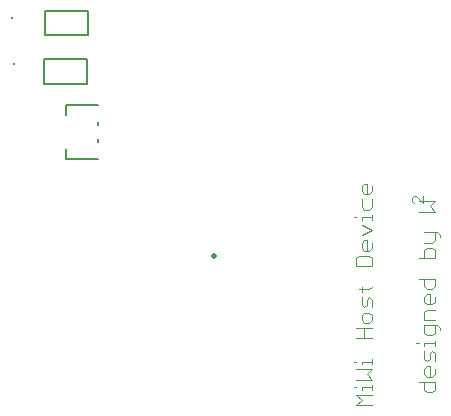
<source format=gto>
G75*
G70*
%OFA0B0*%
%FSLAX24Y24*%
%IPPOS*%
%LPD*%
%AMOC8*
5,1,8,0,0,1.08239X$1,22.5*
%
%ADD10C,0.0040*%
%ADD11C,0.0030*%
%ADD12C,0.0197*%
%ADD13C,0.0070*%
%ADD14R,0.0079X0.0079*%
%ADD15C,0.0080*%
D10*
X015469Y001145D02*
X015556Y001145D01*
X015729Y001145D02*
X016076Y001145D01*
X016076Y001059D02*
X016076Y001232D01*
X016076Y001402D02*
X015902Y001576D01*
X016076Y001749D01*
X015556Y001749D01*
X015729Y001918D02*
X015729Y002005D01*
X016076Y002005D01*
X016076Y002091D02*
X016076Y001918D01*
X015556Y002005D02*
X015469Y002005D01*
X015556Y001402D02*
X016076Y001402D01*
X015729Y001145D02*
X015729Y001059D01*
X015556Y000890D02*
X016076Y000890D01*
X015729Y000716D02*
X015556Y000890D01*
X015729Y000716D02*
X015556Y000543D01*
X016076Y000543D01*
X017646Y001334D02*
X018166Y001334D01*
X018166Y001074D01*
X018080Y000987D01*
X017906Y000987D01*
X017819Y001074D01*
X017819Y001334D01*
X017906Y001503D02*
X017819Y001590D01*
X017819Y001763D01*
X017906Y001850D01*
X017993Y001850D01*
X017993Y001503D01*
X018080Y001503D02*
X017906Y001503D01*
X018080Y001503D02*
X018166Y001590D01*
X018166Y001763D01*
X018166Y002019D02*
X018166Y002279D01*
X018080Y002366D01*
X017993Y002279D01*
X017993Y002105D01*
X017906Y002019D01*
X017819Y002105D01*
X017819Y002366D01*
X017819Y002534D02*
X017819Y002621D01*
X018166Y002621D01*
X018166Y002534D02*
X018166Y002708D01*
X018080Y002878D02*
X017906Y002878D01*
X017819Y002965D01*
X017819Y003225D01*
X018253Y003225D01*
X018340Y003138D01*
X018340Y003052D01*
X018166Y002965D02*
X018166Y003225D01*
X018166Y003394D02*
X017819Y003394D01*
X017819Y003654D01*
X017906Y003741D01*
X018166Y003741D01*
X018080Y003909D02*
X017906Y003909D01*
X017819Y003996D01*
X017819Y004170D01*
X017906Y004256D01*
X017993Y004256D01*
X017993Y003909D01*
X018080Y003909D02*
X018166Y003996D01*
X018166Y004170D01*
X018080Y004425D02*
X017906Y004425D01*
X017819Y004512D01*
X017819Y004772D01*
X017646Y004772D02*
X018166Y004772D01*
X018166Y004512D01*
X018080Y004425D01*
X018166Y005456D02*
X017646Y005456D01*
X017819Y005456D02*
X017819Y005717D01*
X017906Y005803D01*
X018080Y005803D01*
X018166Y005717D01*
X018166Y005456D01*
X018080Y005972D02*
X017819Y005972D01*
X018080Y005972D02*
X018166Y006059D01*
X018166Y006319D01*
X018253Y006319D02*
X018340Y006232D01*
X018340Y006145D01*
X018253Y006319D02*
X017819Y006319D01*
X017646Y007003D02*
X018166Y007003D01*
X017993Y007177D01*
X018166Y007350D01*
X017646Y007350D01*
X016076Y007421D02*
X016076Y007161D01*
X015989Y007074D01*
X015816Y007074D01*
X015729Y007161D01*
X015729Y007421D01*
X015816Y007590D02*
X015729Y007677D01*
X015729Y007850D01*
X015816Y007937D01*
X015902Y007937D01*
X015902Y007590D01*
X015816Y007590D02*
X015989Y007590D01*
X016076Y007677D01*
X016076Y007850D01*
X016076Y006904D02*
X016076Y006731D01*
X016076Y006817D02*
X015729Y006817D01*
X015729Y006731D01*
X015729Y006562D02*
X016076Y006388D01*
X015729Y006215D01*
X015816Y006046D02*
X015902Y006046D01*
X015902Y005699D01*
X015816Y005699D02*
X015989Y005699D01*
X016076Y005786D01*
X016076Y005959D01*
X015816Y006046D02*
X015729Y005959D01*
X015729Y005786D01*
X015816Y005699D01*
X015989Y005531D02*
X015642Y005531D01*
X015556Y005444D01*
X015556Y005184D01*
X016076Y005184D01*
X016076Y005444D01*
X015989Y005531D01*
X016076Y004498D02*
X015989Y004411D01*
X015642Y004411D01*
X015729Y004324D02*
X015729Y004498D01*
X015729Y004156D02*
X015729Y003895D01*
X015816Y003809D01*
X015902Y003895D01*
X015902Y004069D01*
X015989Y004156D01*
X016076Y004069D01*
X016076Y003809D01*
X015989Y003640D02*
X015816Y003640D01*
X015729Y003553D01*
X015729Y003380D01*
X015816Y003293D01*
X015989Y003293D01*
X016076Y003380D01*
X016076Y003553D01*
X015989Y003640D01*
X016076Y003124D02*
X015556Y003124D01*
X015816Y003124D02*
X015816Y002777D01*
X016076Y002777D02*
X015556Y002777D01*
X017559Y002621D02*
X017646Y002621D01*
X018080Y002878D02*
X018166Y002965D01*
X015556Y006817D02*
X015469Y006817D01*
D11*
X017407Y007343D02*
X017469Y007282D01*
X017407Y007343D02*
X017407Y007467D01*
X017469Y007528D01*
X017531Y007528D01*
X017778Y007282D01*
X017778Y007528D01*
D12*
X010818Y005527D03*
D13*
X006942Y008768D02*
X005874Y008768D01*
X005874Y009086D01*
X006945Y009314D02*
X006945Y009415D01*
X006945Y009904D02*
X006945Y010006D01*
X006942Y010557D02*
X005874Y010557D01*
X005874Y010239D01*
D14*
X004134Y011914D03*
X004074Y013444D03*
D15*
X005164Y013701D02*
X005164Y012888D01*
X006602Y012888D01*
X006602Y013701D01*
X005164Y013701D01*
X005149Y012084D02*
X005149Y011272D01*
X006587Y011272D01*
X006587Y012084D01*
X005149Y012084D01*
M02*

</source>
